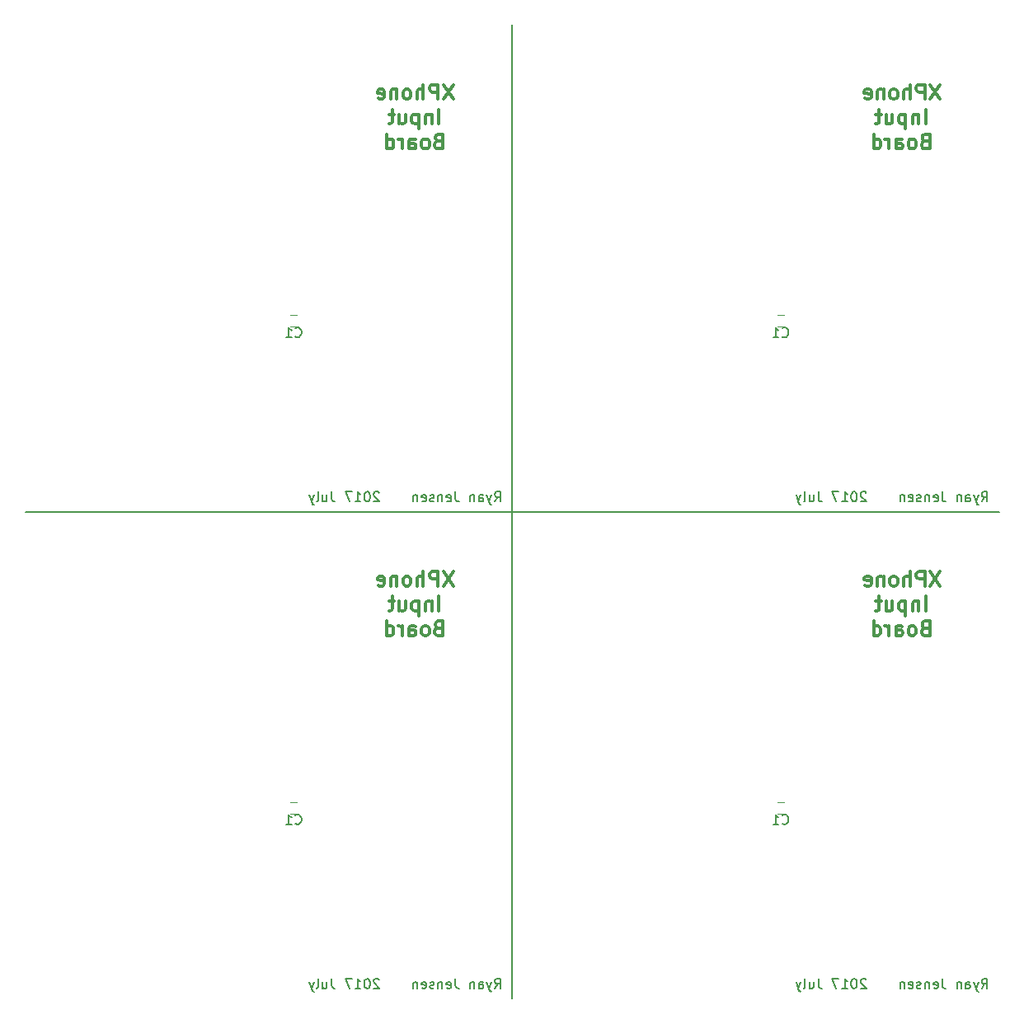
<source format=gbo>
G04 #@! TF.FileFunction,Legend,Bot*
%FSLAX46Y46*%
G04 Gerber Fmt 4.6, Leading zero omitted, Abs format (unit mm)*
G04 Created by KiCad (PCBNEW 4.0.6) date 07/25/17 22:42:55*
%MOMM*%
%LPD*%
G01*
G04 APERTURE LIST*
%ADD10C,0.100000*%
%ADD11C,0.300000*%
%ADD12C,0.200000*%
%ADD13C,0.120000*%
%ADD14C,0.150000*%
G04 APERTURE END LIST*
D10*
D11*
X121788571Y-91948571D02*
X120788571Y-93448571D01*
X120788571Y-91948571D02*
X121788571Y-93448571D01*
X120217143Y-93448571D02*
X120217143Y-91948571D01*
X119645715Y-91948571D01*
X119502857Y-92020000D01*
X119431429Y-92091429D01*
X119360000Y-92234286D01*
X119360000Y-92448571D01*
X119431429Y-92591429D01*
X119502857Y-92662857D01*
X119645715Y-92734286D01*
X120217143Y-92734286D01*
X118717143Y-93448571D02*
X118717143Y-91948571D01*
X118074286Y-93448571D02*
X118074286Y-92662857D01*
X118145715Y-92520000D01*
X118288572Y-92448571D01*
X118502857Y-92448571D01*
X118645715Y-92520000D01*
X118717143Y-92591429D01*
X117145714Y-93448571D02*
X117288572Y-93377143D01*
X117360000Y-93305714D01*
X117431429Y-93162857D01*
X117431429Y-92734286D01*
X117360000Y-92591429D01*
X117288572Y-92520000D01*
X117145714Y-92448571D01*
X116931429Y-92448571D01*
X116788572Y-92520000D01*
X116717143Y-92591429D01*
X116645714Y-92734286D01*
X116645714Y-93162857D01*
X116717143Y-93305714D01*
X116788572Y-93377143D01*
X116931429Y-93448571D01*
X117145714Y-93448571D01*
X116002857Y-92448571D02*
X116002857Y-93448571D01*
X116002857Y-92591429D02*
X115931429Y-92520000D01*
X115788571Y-92448571D01*
X115574286Y-92448571D01*
X115431429Y-92520000D01*
X115360000Y-92662857D01*
X115360000Y-93448571D01*
X114074286Y-93377143D02*
X114217143Y-93448571D01*
X114502857Y-93448571D01*
X114645714Y-93377143D01*
X114717143Y-93234286D01*
X114717143Y-92662857D01*
X114645714Y-92520000D01*
X114502857Y-92448571D01*
X114217143Y-92448571D01*
X114074286Y-92520000D01*
X114002857Y-92662857D01*
X114002857Y-92805714D01*
X114717143Y-92948571D01*
X120324286Y-95998571D02*
X120324286Y-94498571D01*
X119610000Y-94998571D02*
X119610000Y-95998571D01*
X119610000Y-95141429D02*
X119538572Y-95070000D01*
X119395714Y-94998571D01*
X119181429Y-94998571D01*
X119038572Y-95070000D01*
X118967143Y-95212857D01*
X118967143Y-95998571D01*
X118252857Y-94998571D02*
X118252857Y-96498571D01*
X118252857Y-95070000D02*
X118110000Y-94998571D01*
X117824286Y-94998571D01*
X117681429Y-95070000D01*
X117610000Y-95141429D01*
X117538571Y-95284286D01*
X117538571Y-95712857D01*
X117610000Y-95855714D01*
X117681429Y-95927143D01*
X117824286Y-95998571D01*
X118110000Y-95998571D01*
X118252857Y-95927143D01*
X116252857Y-94998571D02*
X116252857Y-95998571D01*
X116895714Y-94998571D02*
X116895714Y-95784286D01*
X116824286Y-95927143D01*
X116681428Y-95998571D01*
X116467143Y-95998571D01*
X116324286Y-95927143D01*
X116252857Y-95855714D01*
X115752857Y-94998571D02*
X115181428Y-94998571D01*
X115538571Y-94498571D02*
X115538571Y-95784286D01*
X115467143Y-95927143D01*
X115324285Y-95998571D01*
X115181428Y-95998571D01*
X120252857Y-97762857D02*
X120038571Y-97834286D01*
X119967143Y-97905714D01*
X119895714Y-98048571D01*
X119895714Y-98262857D01*
X119967143Y-98405714D01*
X120038571Y-98477143D01*
X120181429Y-98548571D01*
X120752857Y-98548571D01*
X120752857Y-97048571D01*
X120252857Y-97048571D01*
X120110000Y-97120000D01*
X120038571Y-97191429D01*
X119967143Y-97334286D01*
X119967143Y-97477143D01*
X120038571Y-97620000D01*
X120110000Y-97691429D01*
X120252857Y-97762857D01*
X120752857Y-97762857D01*
X119038571Y-98548571D02*
X119181429Y-98477143D01*
X119252857Y-98405714D01*
X119324286Y-98262857D01*
X119324286Y-97834286D01*
X119252857Y-97691429D01*
X119181429Y-97620000D01*
X119038571Y-97548571D01*
X118824286Y-97548571D01*
X118681429Y-97620000D01*
X118610000Y-97691429D01*
X118538571Y-97834286D01*
X118538571Y-98262857D01*
X118610000Y-98405714D01*
X118681429Y-98477143D01*
X118824286Y-98548571D01*
X119038571Y-98548571D01*
X117252857Y-98548571D02*
X117252857Y-97762857D01*
X117324286Y-97620000D01*
X117467143Y-97548571D01*
X117752857Y-97548571D01*
X117895714Y-97620000D01*
X117252857Y-98477143D02*
X117395714Y-98548571D01*
X117752857Y-98548571D01*
X117895714Y-98477143D01*
X117967143Y-98334286D01*
X117967143Y-98191429D01*
X117895714Y-98048571D01*
X117752857Y-97977143D01*
X117395714Y-97977143D01*
X117252857Y-97905714D01*
X116538571Y-98548571D02*
X116538571Y-97548571D01*
X116538571Y-97834286D02*
X116467143Y-97691429D01*
X116395714Y-97620000D01*
X116252857Y-97548571D01*
X116110000Y-97548571D01*
X114967143Y-98548571D02*
X114967143Y-97048571D01*
X114967143Y-98477143D02*
X115110000Y-98548571D01*
X115395714Y-98548571D01*
X115538572Y-98477143D01*
X115610000Y-98405714D01*
X115681429Y-98262857D01*
X115681429Y-97834286D01*
X115610000Y-97691429D01*
X115538572Y-97620000D01*
X115395714Y-97548571D01*
X115110000Y-97548571D01*
X114967143Y-97620000D01*
X71788571Y-91948571D02*
X70788571Y-93448571D01*
X70788571Y-91948571D02*
X71788571Y-93448571D01*
X70217143Y-93448571D02*
X70217143Y-91948571D01*
X69645715Y-91948571D01*
X69502857Y-92020000D01*
X69431429Y-92091429D01*
X69360000Y-92234286D01*
X69360000Y-92448571D01*
X69431429Y-92591429D01*
X69502857Y-92662857D01*
X69645715Y-92734286D01*
X70217143Y-92734286D01*
X68717143Y-93448571D02*
X68717143Y-91948571D01*
X68074286Y-93448571D02*
X68074286Y-92662857D01*
X68145715Y-92520000D01*
X68288572Y-92448571D01*
X68502857Y-92448571D01*
X68645715Y-92520000D01*
X68717143Y-92591429D01*
X67145714Y-93448571D02*
X67288572Y-93377143D01*
X67360000Y-93305714D01*
X67431429Y-93162857D01*
X67431429Y-92734286D01*
X67360000Y-92591429D01*
X67288572Y-92520000D01*
X67145714Y-92448571D01*
X66931429Y-92448571D01*
X66788572Y-92520000D01*
X66717143Y-92591429D01*
X66645714Y-92734286D01*
X66645714Y-93162857D01*
X66717143Y-93305714D01*
X66788572Y-93377143D01*
X66931429Y-93448571D01*
X67145714Y-93448571D01*
X66002857Y-92448571D02*
X66002857Y-93448571D01*
X66002857Y-92591429D02*
X65931429Y-92520000D01*
X65788571Y-92448571D01*
X65574286Y-92448571D01*
X65431429Y-92520000D01*
X65360000Y-92662857D01*
X65360000Y-93448571D01*
X64074286Y-93377143D02*
X64217143Y-93448571D01*
X64502857Y-93448571D01*
X64645714Y-93377143D01*
X64717143Y-93234286D01*
X64717143Y-92662857D01*
X64645714Y-92520000D01*
X64502857Y-92448571D01*
X64217143Y-92448571D01*
X64074286Y-92520000D01*
X64002857Y-92662857D01*
X64002857Y-92805714D01*
X64717143Y-92948571D01*
X70324286Y-95998571D02*
X70324286Y-94498571D01*
X69610000Y-94998571D02*
X69610000Y-95998571D01*
X69610000Y-95141429D02*
X69538572Y-95070000D01*
X69395714Y-94998571D01*
X69181429Y-94998571D01*
X69038572Y-95070000D01*
X68967143Y-95212857D01*
X68967143Y-95998571D01*
X68252857Y-94998571D02*
X68252857Y-96498571D01*
X68252857Y-95070000D02*
X68110000Y-94998571D01*
X67824286Y-94998571D01*
X67681429Y-95070000D01*
X67610000Y-95141429D01*
X67538571Y-95284286D01*
X67538571Y-95712857D01*
X67610000Y-95855714D01*
X67681429Y-95927143D01*
X67824286Y-95998571D01*
X68110000Y-95998571D01*
X68252857Y-95927143D01*
X66252857Y-94998571D02*
X66252857Y-95998571D01*
X66895714Y-94998571D02*
X66895714Y-95784286D01*
X66824286Y-95927143D01*
X66681428Y-95998571D01*
X66467143Y-95998571D01*
X66324286Y-95927143D01*
X66252857Y-95855714D01*
X65752857Y-94998571D02*
X65181428Y-94998571D01*
X65538571Y-94498571D02*
X65538571Y-95784286D01*
X65467143Y-95927143D01*
X65324285Y-95998571D01*
X65181428Y-95998571D01*
X70252857Y-97762857D02*
X70038571Y-97834286D01*
X69967143Y-97905714D01*
X69895714Y-98048571D01*
X69895714Y-98262857D01*
X69967143Y-98405714D01*
X70038571Y-98477143D01*
X70181429Y-98548571D01*
X70752857Y-98548571D01*
X70752857Y-97048571D01*
X70252857Y-97048571D01*
X70110000Y-97120000D01*
X70038571Y-97191429D01*
X69967143Y-97334286D01*
X69967143Y-97477143D01*
X70038571Y-97620000D01*
X70110000Y-97691429D01*
X70252857Y-97762857D01*
X70752857Y-97762857D01*
X69038571Y-98548571D02*
X69181429Y-98477143D01*
X69252857Y-98405714D01*
X69324286Y-98262857D01*
X69324286Y-97834286D01*
X69252857Y-97691429D01*
X69181429Y-97620000D01*
X69038571Y-97548571D01*
X68824286Y-97548571D01*
X68681429Y-97620000D01*
X68610000Y-97691429D01*
X68538571Y-97834286D01*
X68538571Y-98262857D01*
X68610000Y-98405714D01*
X68681429Y-98477143D01*
X68824286Y-98548571D01*
X69038571Y-98548571D01*
X67252857Y-98548571D02*
X67252857Y-97762857D01*
X67324286Y-97620000D01*
X67467143Y-97548571D01*
X67752857Y-97548571D01*
X67895714Y-97620000D01*
X67252857Y-98477143D02*
X67395714Y-98548571D01*
X67752857Y-98548571D01*
X67895714Y-98477143D01*
X67967143Y-98334286D01*
X67967143Y-98191429D01*
X67895714Y-98048571D01*
X67752857Y-97977143D01*
X67395714Y-97977143D01*
X67252857Y-97905714D01*
X66538571Y-98548571D02*
X66538571Y-97548571D01*
X66538571Y-97834286D02*
X66467143Y-97691429D01*
X66395714Y-97620000D01*
X66252857Y-97548571D01*
X66110000Y-97548571D01*
X64967143Y-98548571D02*
X64967143Y-97048571D01*
X64967143Y-98477143D02*
X65110000Y-98548571D01*
X65395714Y-98548571D01*
X65538572Y-98477143D01*
X65610000Y-98405714D01*
X65681429Y-98262857D01*
X65681429Y-97834286D01*
X65610000Y-97691429D01*
X65538572Y-97620000D01*
X65395714Y-97548571D01*
X65110000Y-97548571D01*
X64967143Y-97620000D01*
X121788571Y-41948571D02*
X120788571Y-43448571D01*
X120788571Y-41948571D02*
X121788571Y-43448571D01*
X120217143Y-43448571D02*
X120217143Y-41948571D01*
X119645715Y-41948571D01*
X119502857Y-42020000D01*
X119431429Y-42091429D01*
X119360000Y-42234286D01*
X119360000Y-42448571D01*
X119431429Y-42591429D01*
X119502857Y-42662857D01*
X119645715Y-42734286D01*
X120217143Y-42734286D01*
X118717143Y-43448571D02*
X118717143Y-41948571D01*
X118074286Y-43448571D02*
X118074286Y-42662857D01*
X118145715Y-42520000D01*
X118288572Y-42448571D01*
X118502857Y-42448571D01*
X118645715Y-42520000D01*
X118717143Y-42591429D01*
X117145714Y-43448571D02*
X117288572Y-43377143D01*
X117360000Y-43305714D01*
X117431429Y-43162857D01*
X117431429Y-42734286D01*
X117360000Y-42591429D01*
X117288572Y-42520000D01*
X117145714Y-42448571D01*
X116931429Y-42448571D01*
X116788572Y-42520000D01*
X116717143Y-42591429D01*
X116645714Y-42734286D01*
X116645714Y-43162857D01*
X116717143Y-43305714D01*
X116788572Y-43377143D01*
X116931429Y-43448571D01*
X117145714Y-43448571D01*
X116002857Y-42448571D02*
X116002857Y-43448571D01*
X116002857Y-42591429D02*
X115931429Y-42520000D01*
X115788571Y-42448571D01*
X115574286Y-42448571D01*
X115431429Y-42520000D01*
X115360000Y-42662857D01*
X115360000Y-43448571D01*
X114074286Y-43377143D02*
X114217143Y-43448571D01*
X114502857Y-43448571D01*
X114645714Y-43377143D01*
X114717143Y-43234286D01*
X114717143Y-42662857D01*
X114645714Y-42520000D01*
X114502857Y-42448571D01*
X114217143Y-42448571D01*
X114074286Y-42520000D01*
X114002857Y-42662857D01*
X114002857Y-42805714D01*
X114717143Y-42948571D01*
X120324286Y-45998571D02*
X120324286Y-44498571D01*
X119610000Y-44998571D02*
X119610000Y-45998571D01*
X119610000Y-45141429D02*
X119538572Y-45070000D01*
X119395714Y-44998571D01*
X119181429Y-44998571D01*
X119038572Y-45070000D01*
X118967143Y-45212857D01*
X118967143Y-45998571D01*
X118252857Y-44998571D02*
X118252857Y-46498571D01*
X118252857Y-45070000D02*
X118110000Y-44998571D01*
X117824286Y-44998571D01*
X117681429Y-45070000D01*
X117610000Y-45141429D01*
X117538571Y-45284286D01*
X117538571Y-45712857D01*
X117610000Y-45855714D01*
X117681429Y-45927143D01*
X117824286Y-45998571D01*
X118110000Y-45998571D01*
X118252857Y-45927143D01*
X116252857Y-44998571D02*
X116252857Y-45998571D01*
X116895714Y-44998571D02*
X116895714Y-45784286D01*
X116824286Y-45927143D01*
X116681428Y-45998571D01*
X116467143Y-45998571D01*
X116324286Y-45927143D01*
X116252857Y-45855714D01*
X115752857Y-44998571D02*
X115181428Y-44998571D01*
X115538571Y-44498571D02*
X115538571Y-45784286D01*
X115467143Y-45927143D01*
X115324285Y-45998571D01*
X115181428Y-45998571D01*
X120252857Y-47762857D02*
X120038571Y-47834286D01*
X119967143Y-47905714D01*
X119895714Y-48048571D01*
X119895714Y-48262857D01*
X119967143Y-48405714D01*
X120038571Y-48477143D01*
X120181429Y-48548571D01*
X120752857Y-48548571D01*
X120752857Y-47048571D01*
X120252857Y-47048571D01*
X120110000Y-47120000D01*
X120038571Y-47191429D01*
X119967143Y-47334286D01*
X119967143Y-47477143D01*
X120038571Y-47620000D01*
X120110000Y-47691429D01*
X120252857Y-47762857D01*
X120752857Y-47762857D01*
X119038571Y-48548571D02*
X119181429Y-48477143D01*
X119252857Y-48405714D01*
X119324286Y-48262857D01*
X119324286Y-47834286D01*
X119252857Y-47691429D01*
X119181429Y-47620000D01*
X119038571Y-47548571D01*
X118824286Y-47548571D01*
X118681429Y-47620000D01*
X118610000Y-47691429D01*
X118538571Y-47834286D01*
X118538571Y-48262857D01*
X118610000Y-48405714D01*
X118681429Y-48477143D01*
X118824286Y-48548571D01*
X119038571Y-48548571D01*
X117252857Y-48548571D02*
X117252857Y-47762857D01*
X117324286Y-47620000D01*
X117467143Y-47548571D01*
X117752857Y-47548571D01*
X117895714Y-47620000D01*
X117252857Y-48477143D02*
X117395714Y-48548571D01*
X117752857Y-48548571D01*
X117895714Y-48477143D01*
X117967143Y-48334286D01*
X117967143Y-48191429D01*
X117895714Y-48048571D01*
X117752857Y-47977143D01*
X117395714Y-47977143D01*
X117252857Y-47905714D01*
X116538571Y-48548571D02*
X116538571Y-47548571D01*
X116538571Y-47834286D02*
X116467143Y-47691429D01*
X116395714Y-47620000D01*
X116252857Y-47548571D01*
X116110000Y-47548571D01*
X114967143Y-48548571D02*
X114967143Y-47048571D01*
X114967143Y-48477143D02*
X115110000Y-48548571D01*
X115395714Y-48548571D01*
X115538572Y-48477143D01*
X115610000Y-48405714D01*
X115681429Y-48262857D01*
X115681429Y-47834286D01*
X115610000Y-47691429D01*
X115538572Y-47620000D01*
X115395714Y-47548571D01*
X115110000Y-47548571D01*
X114967143Y-47620000D01*
D12*
X126050476Y-134772381D02*
X126383810Y-134296190D01*
X126621905Y-134772381D02*
X126621905Y-133772381D01*
X126240952Y-133772381D01*
X126145714Y-133820000D01*
X126098095Y-133867619D01*
X126050476Y-133962857D01*
X126050476Y-134105714D01*
X126098095Y-134200952D01*
X126145714Y-134248571D01*
X126240952Y-134296190D01*
X126621905Y-134296190D01*
X125717143Y-134105714D02*
X125479048Y-134772381D01*
X125240952Y-134105714D02*
X125479048Y-134772381D01*
X125574286Y-135010476D01*
X125621905Y-135058095D01*
X125717143Y-135105714D01*
X124431428Y-134772381D02*
X124431428Y-134248571D01*
X124479047Y-134153333D01*
X124574285Y-134105714D01*
X124764762Y-134105714D01*
X124860000Y-134153333D01*
X124431428Y-134724762D02*
X124526666Y-134772381D01*
X124764762Y-134772381D01*
X124860000Y-134724762D01*
X124907619Y-134629524D01*
X124907619Y-134534286D01*
X124860000Y-134439048D01*
X124764762Y-134391429D01*
X124526666Y-134391429D01*
X124431428Y-134343810D01*
X123955238Y-134105714D02*
X123955238Y-134772381D01*
X123955238Y-134200952D02*
X123907619Y-134153333D01*
X123812381Y-134105714D01*
X123669523Y-134105714D01*
X123574285Y-134153333D01*
X123526666Y-134248571D01*
X123526666Y-134772381D01*
X122002856Y-133772381D02*
X122002856Y-134486667D01*
X122050476Y-134629524D01*
X122145714Y-134724762D01*
X122288571Y-134772381D01*
X122383809Y-134772381D01*
X121145713Y-134724762D02*
X121240951Y-134772381D01*
X121431428Y-134772381D01*
X121526666Y-134724762D01*
X121574285Y-134629524D01*
X121574285Y-134248571D01*
X121526666Y-134153333D01*
X121431428Y-134105714D01*
X121240951Y-134105714D01*
X121145713Y-134153333D01*
X121098094Y-134248571D01*
X121098094Y-134343810D01*
X121574285Y-134439048D01*
X120669523Y-134105714D02*
X120669523Y-134772381D01*
X120669523Y-134200952D02*
X120621904Y-134153333D01*
X120526666Y-134105714D01*
X120383808Y-134105714D01*
X120288570Y-134153333D01*
X120240951Y-134248571D01*
X120240951Y-134772381D01*
X119812380Y-134724762D02*
X119717142Y-134772381D01*
X119526666Y-134772381D01*
X119431427Y-134724762D01*
X119383808Y-134629524D01*
X119383808Y-134581905D01*
X119431427Y-134486667D01*
X119526666Y-134439048D01*
X119669523Y-134439048D01*
X119764761Y-134391429D01*
X119812380Y-134296190D01*
X119812380Y-134248571D01*
X119764761Y-134153333D01*
X119669523Y-134105714D01*
X119526666Y-134105714D01*
X119431427Y-134153333D01*
X118574284Y-134724762D02*
X118669522Y-134772381D01*
X118859999Y-134772381D01*
X118955237Y-134724762D01*
X119002856Y-134629524D01*
X119002856Y-134248571D01*
X118955237Y-134153333D01*
X118859999Y-134105714D01*
X118669522Y-134105714D01*
X118574284Y-134153333D01*
X118526665Y-134248571D01*
X118526665Y-134343810D01*
X119002856Y-134439048D01*
X118098094Y-134105714D02*
X118098094Y-134772381D01*
X118098094Y-134200952D02*
X118050475Y-134153333D01*
X117955237Y-134105714D01*
X117812379Y-134105714D01*
X117717141Y-134153333D01*
X117669522Y-134248571D01*
X117669522Y-134772381D01*
X114193331Y-133867619D02*
X114145712Y-133820000D01*
X114050474Y-133772381D01*
X113812378Y-133772381D01*
X113717140Y-133820000D01*
X113669521Y-133867619D01*
X113621902Y-133962857D01*
X113621902Y-134058095D01*
X113669521Y-134200952D01*
X114240950Y-134772381D01*
X113621902Y-134772381D01*
X113002855Y-133772381D02*
X112907616Y-133772381D01*
X112812378Y-133820000D01*
X112764759Y-133867619D01*
X112717140Y-133962857D01*
X112669521Y-134153333D01*
X112669521Y-134391429D01*
X112717140Y-134581905D01*
X112764759Y-134677143D01*
X112812378Y-134724762D01*
X112907616Y-134772381D01*
X113002855Y-134772381D01*
X113098093Y-134724762D01*
X113145712Y-134677143D01*
X113193331Y-134581905D01*
X113240950Y-134391429D01*
X113240950Y-134153333D01*
X113193331Y-133962857D01*
X113145712Y-133867619D01*
X113098093Y-133820000D01*
X113002855Y-133772381D01*
X111717140Y-134772381D02*
X112288569Y-134772381D01*
X112002855Y-134772381D02*
X112002855Y-133772381D01*
X112098093Y-133915238D01*
X112193331Y-134010476D01*
X112288569Y-134058095D01*
X111383807Y-133772381D02*
X110717140Y-133772381D01*
X111145712Y-134772381D01*
X109288568Y-133772381D02*
X109288568Y-134486667D01*
X109336188Y-134629524D01*
X109431426Y-134724762D01*
X109574283Y-134772381D01*
X109669521Y-134772381D01*
X108383806Y-134105714D02*
X108383806Y-134772381D01*
X108812378Y-134105714D02*
X108812378Y-134629524D01*
X108764759Y-134724762D01*
X108669521Y-134772381D01*
X108526663Y-134772381D01*
X108431425Y-134724762D01*
X108383806Y-134677143D01*
X107764759Y-134772381D02*
X107859997Y-134724762D01*
X107907616Y-134629524D01*
X107907616Y-133772381D01*
X107479044Y-134105714D02*
X107240949Y-134772381D01*
X107002853Y-134105714D02*
X107240949Y-134772381D01*
X107336187Y-135010476D01*
X107383806Y-135058095D01*
X107479044Y-135105714D01*
X76050476Y-134772381D02*
X76383810Y-134296190D01*
X76621905Y-134772381D02*
X76621905Y-133772381D01*
X76240952Y-133772381D01*
X76145714Y-133820000D01*
X76098095Y-133867619D01*
X76050476Y-133962857D01*
X76050476Y-134105714D01*
X76098095Y-134200952D01*
X76145714Y-134248571D01*
X76240952Y-134296190D01*
X76621905Y-134296190D01*
X75717143Y-134105714D02*
X75479048Y-134772381D01*
X75240952Y-134105714D02*
X75479048Y-134772381D01*
X75574286Y-135010476D01*
X75621905Y-135058095D01*
X75717143Y-135105714D01*
X74431428Y-134772381D02*
X74431428Y-134248571D01*
X74479047Y-134153333D01*
X74574285Y-134105714D01*
X74764762Y-134105714D01*
X74860000Y-134153333D01*
X74431428Y-134724762D02*
X74526666Y-134772381D01*
X74764762Y-134772381D01*
X74860000Y-134724762D01*
X74907619Y-134629524D01*
X74907619Y-134534286D01*
X74860000Y-134439048D01*
X74764762Y-134391429D01*
X74526666Y-134391429D01*
X74431428Y-134343810D01*
X73955238Y-134105714D02*
X73955238Y-134772381D01*
X73955238Y-134200952D02*
X73907619Y-134153333D01*
X73812381Y-134105714D01*
X73669523Y-134105714D01*
X73574285Y-134153333D01*
X73526666Y-134248571D01*
X73526666Y-134772381D01*
X72002856Y-133772381D02*
X72002856Y-134486667D01*
X72050476Y-134629524D01*
X72145714Y-134724762D01*
X72288571Y-134772381D01*
X72383809Y-134772381D01*
X71145713Y-134724762D02*
X71240951Y-134772381D01*
X71431428Y-134772381D01*
X71526666Y-134724762D01*
X71574285Y-134629524D01*
X71574285Y-134248571D01*
X71526666Y-134153333D01*
X71431428Y-134105714D01*
X71240951Y-134105714D01*
X71145713Y-134153333D01*
X71098094Y-134248571D01*
X71098094Y-134343810D01*
X71574285Y-134439048D01*
X70669523Y-134105714D02*
X70669523Y-134772381D01*
X70669523Y-134200952D02*
X70621904Y-134153333D01*
X70526666Y-134105714D01*
X70383808Y-134105714D01*
X70288570Y-134153333D01*
X70240951Y-134248571D01*
X70240951Y-134772381D01*
X69812380Y-134724762D02*
X69717142Y-134772381D01*
X69526666Y-134772381D01*
X69431427Y-134724762D01*
X69383808Y-134629524D01*
X69383808Y-134581905D01*
X69431427Y-134486667D01*
X69526666Y-134439048D01*
X69669523Y-134439048D01*
X69764761Y-134391429D01*
X69812380Y-134296190D01*
X69812380Y-134248571D01*
X69764761Y-134153333D01*
X69669523Y-134105714D01*
X69526666Y-134105714D01*
X69431427Y-134153333D01*
X68574284Y-134724762D02*
X68669522Y-134772381D01*
X68859999Y-134772381D01*
X68955237Y-134724762D01*
X69002856Y-134629524D01*
X69002856Y-134248571D01*
X68955237Y-134153333D01*
X68859999Y-134105714D01*
X68669522Y-134105714D01*
X68574284Y-134153333D01*
X68526665Y-134248571D01*
X68526665Y-134343810D01*
X69002856Y-134439048D01*
X68098094Y-134105714D02*
X68098094Y-134772381D01*
X68098094Y-134200952D02*
X68050475Y-134153333D01*
X67955237Y-134105714D01*
X67812379Y-134105714D01*
X67717141Y-134153333D01*
X67669522Y-134248571D01*
X67669522Y-134772381D01*
X64193331Y-133867619D02*
X64145712Y-133820000D01*
X64050474Y-133772381D01*
X63812378Y-133772381D01*
X63717140Y-133820000D01*
X63669521Y-133867619D01*
X63621902Y-133962857D01*
X63621902Y-134058095D01*
X63669521Y-134200952D01*
X64240950Y-134772381D01*
X63621902Y-134772381D01*
X63002855Y-133772381D02*
X62907616Y-133772381D01*
X62812378Y-133820000D01*
X62764759Y-133867619D01*
X62717140Y-133962857D01*
X62669521Y-134153333D01*
X62669521Y-134391429D01*
X62717140Y-134581905D01*
X62764759Y-134677143D01*
X62812378Y-134724762D01*
X62907616Y-134772381D01*
X63002855Y-134772381D01*
X63098093Y-134724762D01*
X63145712Y-134677143D01*
X63193331Y-134581905D01*
X63240950Y-134391429D01*
X63240950Y-134153333D01*
X63193331Y-133962857D01*
X63145712Y-133867619D01*
X63098093Y-133820000D01*
X63002855Y-133772381D01*
X61717140Y-134772381D02*
X62288569Y-134772381D01*
X62002855Y-134772381D02*
X62002855Y-133772381D01*
X62098093Y-133915238D01*
X62193331Y-134010476D01*
X62288569Y-134058095D01*
X61383807Y-133772381D02*
X60717140Y-133772381D01*
X61145712Y-134772381D01*
X59288568Y-133772381D02*
X59288568Y-134486667D01*
X59336188Y-134629524D01*
X59431426Y-134724762D01*
X59574283Y-134772381D01*
X59669521Y-134772381D01*
X58383806Y-134105714D02*
X58383806Y-134772381D01*
X58812378Y-134105714D02*
X58812378Y-134629524D01*
X58764759Y-134724762D01*
X58669521Y-134772381D01*
X58526663Y-134772381D01*
X58431425Y-134724762D01*
X58383806Y-134677143D01*
X57764759Y-134772381D02*
X57859997Y-134724762D01*
X57907616Y-134629524D01*
X57907616Y-133772381D01*
X57479044Y-134105714D02*
X57240949Y-134772381D01*
X57002853Y-134105714D02*
X57240949Y-134772381D01*
X57336187Y-135010476D01*
X57383806Y-135058095D01*
X57479044Y-135105714D01*
X126050476Y-84772381D02*
X126383810Y-84296190D01*
X126621905Y-84772381D02*
X126621905Y-83772381D01*
X126240952Y-83772381D01*
X126145714Y-83820000D01*
X126098095Y-83867619D01*
X126050476Y-83962857D01*
X126050476Y-84105714D01*
X126098095Y-84200952D01*
X126145714Y-84248571D01*
X126240952Y-84296190D01*
X126621905Y-84296190D01*
X125717143Y-84105714D02*
X125479048Y-84772381D01*
X125240952Y-84105714D02*
X125479048Y-84772381D01*
X125574286Y-85010476D01*
X125621905Y-85058095D01*
X125717143Y-85105714D01*
X124431428Y-84772381D02*
X124431428Y-84248571D01*
X124479047Y-84153333D01*
X124574285Y-84105714D01*
X124764762Y-84105714D01*
X124860000Y-84153333D01*
X124431428Y-84724762D02*
X124526666Y-84772381D01*
X124764762Y-84772381D01*
X124860000Y-84724762D01*
X124907619Y-84629524D01*
X124907619Y-84534286D01*
X124860000Y-84439048D01*
X124764762Y-84391429D01*
X124526666Y-84391429D01*
X124431428Y-84343810D01*
X123955238Y-84105714D02*
X123955238Y-84772381D01*
X123955238Y-84200952D02*
X123907619Y-84153333D01*
X123812381Y-84105714D01*
X123669523Y-84105714D01*
X123574285Y-84153333D01*
X123526666Y-84248571D01*
X123526666Y-84772381D01*
X122002856Y-83772381D02*
X122002856Y-84486667D01*
X122050476Y-84629524D01*
X122145714Y-84724762D01*
X122288571Y-84772381D01*
X122383809Y-84772381D01*
X121145713Y-84724762D02*
X121240951Y-84772381D01*
X121431428Y-84772381D01*
X121526666Y-84724762D01*
X121574285Y-84629524D01*
X121574285Y-84248571D01*
X121526666Y-84153333D01*
X121431428Y-84105714D01*
X121240951Y-84105714D01*
X121145713Y-84153333D01*
X121098094Y-84248571D01*
X121098094Y-84343810D01*
X121574285Y-84439048D01*
X120669523Y-84105714D02*
X120669523Y-84772381D01*
X120669523Y-84200952D02*
X120621904Y-84153333D01*
X120526666Y-84105714D01*
X120383808Y-84105714D01*
X120288570Y-84153333D01*
X120240951Y-84248571D01*
X120240951Y-84772381D01*
X119812380Y-84724762D02*
X119717142Y-84772381D01*
X119526666Y-84772381D01*
X119431427Y-84724762D01*
X119383808Y-84629524D01*
X119383808Y-84581905D01*
X119431427Y-84486667D01*
X119526666Y-84439048D01*
X119669523Y-84439048D01*
X119764761Y-84391429D01*
X119812380Y-84296190D01*
X119812380Y-84248571D01*
X119764761Y-84153333D01*
X119669523Y-84105714D01*
X119526666Y-84105714D01*
X119431427Y-84153333D01*
X118574284Y-84724762D02*
X118669522Y-84772381D01*
X118859999Y-84772381D01*
X118955237Y-84724762D01*
X119002856Y-84629524D01*
X119002856Y-84248571D01*
X118955237Y-84153333D01*
X118859999Y-84105714D01*
X118669522Y-84105714D01*
X118574284Y-84153333D01*
X118526665Y-84248571D01*
X118526665Y-84343810D01*
X119002856Y-84439048D01*
X118098094Y-84105714D02*
X118098094Y-84772381D01*
X118098094Y-84200952D02*
X118050475Y-84153333D01*
X117955237Y-84105714D01*
X117812379Y-84105714D01*
X117717141Y-84153333D01*
X117669522Y-84248571D01*
X117669522Y-84772381D01*
X114193331Y-83867619D02*
X114145712Y-83820000D01*
X114050474Y-83772381D01*
X113812378Y-83772381D01*
X113717140Y-83820000D01*
X113669521Y-83867619D01*
X113621902Y-83962857D01*
X113621902Y-84058095D01*
X113669521Y-84200952D01*
X114240950Y-84772381D01*
X113621902Y-84772381D01*
X113002855Y-83772381D02*
X112907616Y-83772381D01*
X112812378Y-83820000D01*
X112764759Y-83867619D01*
X112717140Y-83962857D01*
X112669521Y-84153333D01*
X112669521Y-84391429D01*
X112717140Y-84581905D01*
X112764759Y-84677143D01*
X112812378Y-84724762D01*
X112907616Y-84772381D01*
X113002855Y-84772381D01*
X113098093Y-84724762D01*
X113145712Y-84677143D01*
X113193331Y-84581905D01*
X113240950Y-84391429D01*
X113240950Y-84153333D01*
X113193331Y-83962857D01*
X113145712Y-83867619D01*
X113098093Y-83820000D01*
X113002855Y-83772381D01*
X111717140Y-84772381D02*
X112288569Y-84772381D01*
X112002855Y-84772381D02*
X112002855Y-83772381D01*
X112098093Y-83915238D01*
X112193331Y-84010476D01*
X112288569Y-84058095D01*
X111383807Y-83772381D02*
X110717140Y-83772381D01*
X111145712Y-84772381D01*
X109288568Y-83772381D02*
X109288568Y-84486667D01*
X109336188Y-84629524D01*
X109431426Y-84724762D01*
X109574283Y-84772381D01*
X109669521Y-84772381D01*
X108383806Y-84105714D02*
X108383806Y-84772381D01*
X108812378Y-84105714D02*
X108812378Y-84629524D01*
X108764759Y-84724762D01*
X108669521Y-84772381D01*
X108526663Y-84772381D01*
X108431425Y-84724762D01*
X108383806Y-84677143D01*
X107764759Y-84772381D02*
X107859997Y-84724762D01*
X107907616Y-84629524D01*
X107907616Y-83772381D01*
X107479044Y-84105714D02*
X107240949Y-84772381D01*
X107002853Y-84105714D02*
X107240949Y-84772381D01*
X107336187Y-85010476D01*
X107383806Y-85058095D01*
X107479044Y-85105714D01*
X76050476Y-84772381D02*
X76383810Y-84296190D01*
X76621905Y-84772381D02*
X76621905Y-83772381D01*
X76240952Y-83772381D01*
X76145714Y-83820000D01*
X76098095Y-83867619D01*
X76050476Y-83962857D01*
X76050476Y-84105714D01*
X76098095Y-84200952D01*
X76145714Y-84248571D01*
X76240952Y-84296190D01*
X76621905Y-84296190D01*
X75717143Y-84105714D02*
X75479048Y-84772381D01*
X75240952Y-84105714D02*
X75479048Y-84772381D01*
X75574286Y-85010476D01*
X75621905Y-85058095D01*
X75717143Y-85105714D01*
X74431428Y-84772381D02*
X74431428Y-84248571D01*
X74479047Y-84153333D01*
X74574285Y-84105714D01*
X74764762Y-84105714D01*
X74860000Y-84153333D01*
X74431428Y-84724762D02*
X74526666Y-84772381D01*
X74764762Y-84772381D01*
X74860000Y-84724762D01*
X74907619Y-84629524D01*
X74907619Y-84534286D01*
X74860000Y-84439048D01*
X74764762Y-84391429D01*
X74526666Y-84391429D01*
X74431428Y-84343810D01*
X73955238Y-84105714D02*
X73955238Y-84772381D01*
X73955238Y-84200952D02*
X73907619Y-84153333D01*
X73812381Y-84105714D01*
X73669523Y-84105714D01*
X73574285Y-84153333D01*
X73526666Y-84248571D01*
X73526666Y-84772381D01*
X72002856Y-83772381D02*
X72002856Y-84486667D01*
X72050476Y-84629524D01*
X72145714Y-84724762D01*
X72288571Y-84772381D01*
X72383809Y-84772381D01*
X71145713Y-84724762D02*
X71240951Y-84772381D01*
X71431428Y-84772381D01*
X71526666Y-84724762D01*
X71574285Y-84629524D01*
X71574285Y-84248571D01*
X71526666Y-84153333D01*
X71431428Y-84105714D01*
X71240951Y-84105714D01*
X71145713Y-84153333D01*
X71098094Y-84248571D01*
X71098094Y-84343810D01*
X71574285Y-84439048D01*
X70669523Y-84105714D02*
X70669523Y-84772381D01*
X70669523Y-84200952D02*
X70621904Y-84153333D01*
X70526666Y-84105714D01*
X70383808Y-84105714D01*
X70288570Y-84153333D01*
X70240951Y-84248571D01*
X70240951Y-84772381D01*
X69812380Y-84724762D02*
X69717142Y-84772381D01*
X69526666Y-84772381D01*
X69431427Y-84724762D01*
X69383808Y-84629524D01*
X69383808Y-84581905D01*
X69431427Y-84486667D01*
X69526666Y-84439048D01*
X69669523Y-84439048D01*
X69764761Y-84391429D01*
X69812380Y-84296190D01*
X69812380Y-84248571D01*
X69764761Y-84153333D01*
X69669523Y-84105714D01*
X69526666Y-84105714D01*
X69431427Y-84153333D01*
X68574284Y-84724762D02*
X68669522Y-84772381D01*
X68859999Y-84772381D01*
X68955237Y-84724762D01*
X69002856Y-84629524D01*
X69002856Y-84248571D01*
X68955237Y-84153333D01*
X68859999Y-84105714D01*
X68669522Y-84105714D01*
X68574284Y-84153333D01*
X68526665Y-84248571D01*
X68526665Y-84343810D01*
X69002856Y-84439048D01*
X68098094Y-84105714D02*
X68098094Y-84772381D01*
X68098094Y-84200952D02*
X68050475Y-84153333D01*
X67955237Y-84105714D01*
X67812379Y-84105714D01*
X67717141Y-84153333D01*
X67669522Y-84248571D01*
X67669522Y-84772381D01*
X64193331Y-83867619D02*
X64145712Y-83820000D01*
X64050474Y-83772381D01*
X63812378Y-83772381D01*
X63717140Y-83820000D01*
X63669521Y-83867619D01*
X63621902Y-83962857D01*
X63621902Y-84058095D01*
X63669521Y-84200952D01*
X64240950Y-84772381D01*
X63621902Y-84772381D01*
X63002855Y-83772381D02*
X62907616Y-83772381D01*
X62812378Y-83820000D01*
X62764759Y-83867619D01*
X62717140Y-83962857D01*
X62669521Y-84153333D01*
X62669521Y-84391429D01*
X62717140Y-84581905D01*
X62764759Y-84677143D01*
X62812378Y-84724762D01*
X62907616Y-84772381D01*
X63002855Y-84772381D01*
X63098093Y-84724762D01*
X63145712Y-84677143D01*
X63193331Y-84581905D01*
X63240950Y-84391429D01*
X63240950Y-84153333D01*
X63193331Y-83962857D01*
X63145712Y-83867619D01*
X63098093Y-83820000D01*
X63002855Y-83772381D01*
X61717140Y-84772381D02*
X62288569Y-84772381D01*
X62002855Y-84772381D02*
X62002855Y-83772381D01*
X62098093Y-83915238D01*
X62193331Y-84010476D01*
X62288569Y-84058095D01*
X61383807Y-83772381D02*
X60717140Y-83772381D01*
X61145712Y-84772381D01*
X59288568Y-83772381D02*
X59288568Y-84486667D01*
X59336188Y-84629524D01*
X59431426Y-84724762D01*
X59574283Y-84772381D01*
X59669521Y-84772381D01*
X58383806Y-84105714D02*
X58383806Y-84772381D01*
X58812378Y-84105714D02*
X58812378Y-84629524D01*
X58764759Y-84724762D01*
X58669521Y-84772381D01*
X58526663Y-84772381D01*
X58431425Y-84724762D01*
X58383806Y-84677143D01*
X57764759Y-84772381D02*
X57859997Y-84724762D01*
X57907616Y-84629524D01*
X57907616Y-83772381D01*
X57479044Y-84105714D02*
X57240949Y-84772381D01*
X57002853Y-84105714D02*
X57240949Y-84772381D01*
X57336187Y-85010476D01*
X57383806Y-85058095D01*
X57479044Y-85105714D01*
D11*
X71788571Y-41948571D02*
X70788571Y-43448571D01*
X70788571Y-41948571D02*
X71788571Y-43448571D01*
X70217143Y-43448571D02*
X70217143Y-41948571D01*
X69645715Y-41948571D01*
X69502857Y-42020000D01*
X69431429Y-42091429D01*
X69360000Y-42234286D01*
X69360000Y-42448571D01*
X69431429Y-42591429D01*
X69502857Y-42662857D01*
X69645715Y-42734286D01*
X70217143Y-42734286D01*
X68717143Y-43448571D02*
X68717143Y-41948571D01*
X68074286Y-43448571D02*
X68074286Y-42662857D01*
X68145715Y-42520000D01*
X68288572Y-42448571D01*
X68502857Y-42448571D01*
X68645715Y-42520000D01*
X68717143Y-42591429D01*
X67145714Y-43448571D02*
X67288572Y-43377143D01*
X67360000Y-43305714D01*
X67431429Y-43162857D01*
X67431429Y-42734286D01*
X67360000Y-42591429D01*
X67288572Y-42520000D01*
X67145714Y-42448571D01*
X66931429Y-42448571D01*
X66788572Y-42520000D01*
X66717143Y-42591429D01*
X66645714Y-42734286D01*
X66645714Y-43162857D01*
X66717143Y-43305714D01*
X66788572Y-43377143D01*
X66931429Y-43448571D01*
X67145714Y-43448571D01*
X66002857Y-42448571D02*
X66002857Y-43448571D01*
X66002857Y-42591429D02*
X65931429Y-42520000D01*
X65788571Y-42448571D01*
X65574286Y-42448571D01*
X65431429Y-42520000D01*
X65360000Y-42662857D01*
X65360000Y-43448571D01*
X64074286Y-43377143D02*
X64217143Y-43448571D01*
X64502857Y-43448571D01*
X64645714Y-43377143D01*
X64717143Y-43234286D01*
X64717143Y-42662857D01*
X64645714Y-42520000D01*
X64502857Y-42448571D01*
X64217143Y-42448571D01*
X64074286Y-42520000D01*
X64002857Y-42662857D01*
X64002857Y-42805714D01*
X64717143Y-42948571D01*
X70324286Y-45998571D02*
X70324286Y-44498571D01*
X69610000Y-44998571D02*
X69610000Y-45998571D01*
X69610000Y-45141429D02*
X69538572Y-45070000D01*
X69395714Y-44998571D01*
X69181429Y-44998571D01*
X69038572Y-45070000D01*
X68967143Y-45212857D01*
X68967143Y-45998571D01*
X68252857Y-44998571D02*
X68252857Y-46498571D01*
X68252857Y-45070000D02*
X68110000Y-44998571D01*
X67824286Y-44998571D01*
X67681429Y-45070000D01*
X67610000Y-45141429D01*
X67538571Y-45284286D01*
X67538571Y-45712857D01*
X67610000Y-45855714D01*
X67681429Y-45927143D01*
X67824286Y-45998571D01*
X68110000Y-45998571D01*
X68252857Y-45927143D01*
X66252857Y-44998571D02*
X66252857Y-45998571D01*
X66895714Y-44998571D02*
X66895714Y-45784286D01*
X66824286Y-45927143D01*
X66681428Y-45998571D01*
X66467143Y-45998571D01*
X66324286Y-45927143D01*
X66252857Y-45855714D01*
X65752857Y-44998571D02*
X65181428Y-44998571D01*
X65538571Y-44498571D02*
X65538571Y-45784286D01*
X65467143Y-45927143D01*
X65324285Y-45998571D01*
X65181428Y-45998571D01*
X70252857Y-47762857D02*
X70038571Y-47834286D01*
X69967143Y-47905714D01*
X69895714Y-48048571D01*
X69895714Y-48262857D01*
X69967143Y-48405714D01*
X70038571Y-48477143D01*
X70181429Y-48548571D01*
X70752857Y-48548571D01*
X70752857Y-47048571D01*
X70252857Y-47048571D01*
X70110000Y-47120000D01*
X70038571Y-47191429D01*
X69967143Y-47334286D01*
X69967143Y-47477143D01*
X70038571Y-47620000D01*
X70110000Y-47691429D01*
X70252857Y-47762857D01*
X70752857Y-47762857D01*
X69038571Y-48548571D02*
X69181429Y-48477143D01*
X69252857Y-48405714D01*
X69324286Y-48262857D01*
X69324286Y-47834286D01*
X69252857Y-47691429D01*
X69181429Y-47620000D01*
X69038571Y-47548571D01*
X68824286Y-47548571D01*
X68681429Y-47620000D01*
X68610000Y-47691429D01*
X68538571Y-47834286D01*
X68538571Y-48262857D01*
X68610000Y-48405714D01*
X68681429Y-48477143D01*
X68824286Y-48548571D01*
X69038571Y-48548571D01*
X67252857Y-48548571D02*
X67252857Y-47762857D01*
X67324286Y-47620000D01*
X67467143Y-47548571D01*
X67752857Y-47548571D01*
X67895714Y-47620000D01*
X67252857Y-48477143D02*
X67395714Y-48548571D01*
X67752857Y-48548571D01*
X67895714Y-48477143D01*
X67967143Y-48334286D01*
X67967143Y-48191429D01*
X67895714Y-48048571D01*
X67752857Y-47977143D01*
X67395714Y-47977143D01*
X67252857Y-47905714D01*
X66538571Y-48548571D02*
X66538571Y-47548571D01*
X66538571Y-47834286D02*
X66467143Y-47691429D01*
X66395714Y-47620000D01*
X66252857Y-47548571D01*
X66110000Y-47548571D01*
X64967143Y-48548571D02*
X64967143Y-47048571D01*
X64967143Y-48477143D02*
X65110000Y-48548571D01*
X65395714Y-48548571D01*
X65538572Y-48477143D01*
X65610000Y-48405714D01*
X65681429Y-48262857D01*
X65681429Y-47834286D01*
X65610000Y-47691429D01*
X65538572Y-47620000D01*
X65395714Y-47548571D01*
X65110000Y-47548571D01*
X64967143Y-47620000D01*
D12*
X27860000Y-85820000D02*
X127860000Y-85820000D01*
X77860000Y-35820000D02*
X77860000Y-135820000D01*
D13*
X105069000Y-116811000D02*
X105769000Y-116811000D01*
X105769000Y-115611000D02*
X105069000Y-115611000D01*
X55069000Y-116811000D02*
X55769000Y-116811000D01*
X55769000Y-115611000D02*
X55069000Y-115611000D01*
X105069000Y-66811000D02*
X105769000Y-66811000D01*
X105769000Y-65611000D02*
X105069000Y-65611000D01*
X55069000Y-66811000D02*
X55769000Y-66811000D01*
X55769000Y-65611000D02*
X55069000Y-65611000D01*
D14*
X105585666Y-117818143D02*
X105633285Y-117865762D01*
X105776142Y-117913381D01*
X105871380Y-117913381D01*
X106014238Y-117865762D01*
X106109476Y-117770524D01*
X106157095Y-117675286D01*
X106204714Y-117484810D01*
X106204714Y-117341952D01*
X106157095Y-117151476D01*
X106109476Y-117056238D01*
X106014238Y-116961000D01*
X105871380Y-116913381D01*
X105776142Y-116913381D01*
X105633285Y-116961000D01*
X105585666Y-117008619D01*
X104633285Y-117913381D02*
X105204714Y-117913381D01*
X104919000Y-117913381D02*
X104919000Y-116913381D01*
X105014238Y-117056238D01*
X105109476Y-117151476D01*
X105204714Y-117199095D01*
X55585666Y-117818143D02*
X55633285Y-117865762D01*
X55776142Y-117913381D01*
X55871380Y-117913381D01*
X56014238Y-117865762D01*
X56109476Y-117770524D01*
X56157095Y-117675286D01*
X56204714Y-117484810D01*
X56204714Y-117341952D01*
X56157095Y-117151476D01*
X56109476Y-117056238D01*
X56014238Y-116961000D01*
X55871380Y-116913381D01*
X55776142Y-116913381D01*
X55633285Y-116961000D01*
X55585666Y-117008619D01*
X54633285Y-117913381D02*
X55204714Y-117913381D01*
X54919000Y-117913381D02*
X54919000Y-116913381D01*
X55014238Y-117056238D01*
X55109476Y-117151476D01*
X55204714Y-117199095D01*
X105585666Y-67818143D02*
X105633285Y-67865762D01*
X105776142Y-67913381D01*
X105871380Y-67913381D01*
X106014238Y-67865762D01*
X106109476Y-67770524D01*
X106157095Y-67675286D01*
X106204714Y-67484810D01*
X106204714Y-67341952D01*
X106157095Y-67151476D01*
X106109476Y-67056238D01*
X106014238Y-66961000D01*
X105871380Y-66913381D01*
X105776142Y-66913381D01*
X105633285Y-66961000D01*
X105585666Y-67008619D01*
X104633285Y-67913381D02*
X105204714Y-67913381D01*
X104919000Y-67913381D02*
X104919000Y-66913381D01*
X105014238Y-67056238D01*
X105109476Y-67151476D01*
X105204714Y-67199095D01*
X55585666Y-67818143D02*
X55633285Y-67865762D01*
X55776142Y-67913381D01*
X55871380Y-67913381D01*
X56014238Y-67865762D01*
X56109476Y-67770524D01*
X56157095Y-67675286D01*
X56204714Y-67484810D01*
X56204714Y-67341952D01*
X56157095Y-67151476D01*
X56109476Y-67056238D01*
X56014238Y-66961000D01*
X55871380Y-66913381D01*
X55776142Y-66913381D01*
X55633285Y-66961000D01*
X55585666Y-67008619D01*
X54633285Y-67913381D02*
X55204714Y-67913381D01*
X54919000Y-67913381D02*
X54919000Y-66913381D01*
X55014238Y-67056238D01*
X55109476Y-67151476D01*
X55204714Y-67199095D01*
M02*

</source>
